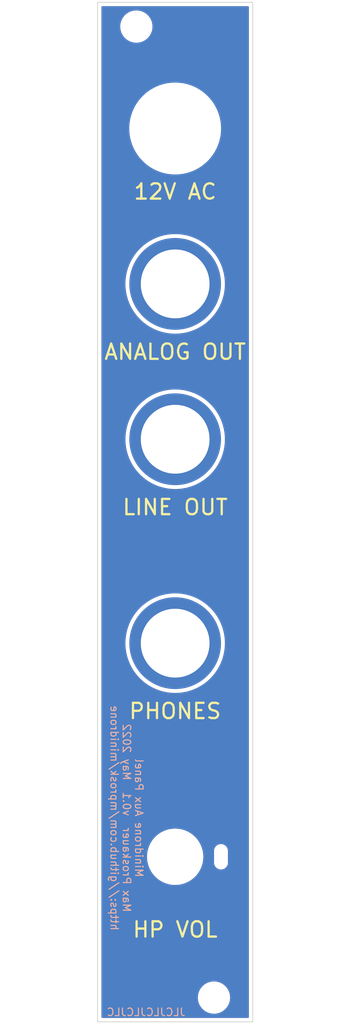
<source format=kicad_pcb>
(kicad_pcb (version 20211014) (generator pcbnew)
  (title_block (title "Minidrone Aux Panel") (date "2022-06-04") (rev "0.1") (company "Max Proskauer"))
  (layers (0 "F.Cu" signal) (31 "B.Cu" signal) (34 "B.Paste" user) (35 "F.Paste" user) (36 "B.SilkS" user "B.Silkscreen") (37 "F.SilkS" user "F.Silkscreen") (38 "B.Mask" user) (39 "F.Mask" user) (44 "Edge.Cuts" user))
  (net 0 "")
  (footprint "kosmo-lib:Hole_Jack" (layer "F.Cu") (at 111.76 81.28)
    (fp_text reference "H4" hide)
    (fp_text value "ANALOG OUT" (at 0 8.89) (layer "F.SilkS") (effects (font (size 2 2) (thickness 0.3))))
    (pad "1" thru_hole circle (at 0 0) (size 12 12) (drill 9) (layers *.Cu *.Mask))
  )
  (footprint "MountingHole:MountingHole_3.2mm_M3" (layer "F.Cu") (at 116.84 174.625)
    (fp_text reference "H7" hide)
    (fp_text value "Mounting Hole" hide)
    (pad "" np_thru_hole circle (at 0 0) (size 3.2 3.2) (drill 3.2) (layers *.Cu *.Mask))
  )
  (footprint "kosmo-lib:Hole_Barrel_Jack" (layer "F.Cu") (at 111.76 60.96)
    (fp_text reference "H3" hide)
    (fp_text value "Power Jack")
    (pad "" np_thru_hole circle (at 0 0) (size 11 11) (drill 11) (layers F&B.Cu *.Mask))
  )
  (footprint "MountingHole:MountingHole_3.2mm_M3" (layer "F.Cu") (at 106.68 47.625)
    (fp_text reference "H6" hide)
    (fp_text value "Mounting Hole" hide)
    (pad "" np_thru_hole circle (at 0 0) (size 3.2 3.2) (drill 3.2) (layers *.Cu *.Mask))
  )
  (footprint "kosmo-lib:Hole_Jack" (layer "F.Cu") (at 111.76 128.27)
    (fp_text reference "H2" hide)
    (fp_text value "Headphone Jack")
    (pad "1" thru_hole circle (at 0 0) (size 12 12) (drill 9) (layers *.Cu *.Mask))
  )
  (footprint "kosmo-lib:Module_Headphone_Amp" (layer "F.Cu") (at 111.76 156.21 180)
    (fp_text reference "H1" hide)
    (fp_text value "Headphone Amp")
    (pad "" np_thru_hole oval (at -6 0 180) (size 0.8 2.3) (drill oval 0.8 2.3) (layers F&B.Cu *.Mask))
    (pad "" np_thru_hole circle (at 0 0 180) (size 6.35 6.35) (drill 6.35) (layers F&B.Cu *.Mask))
  )
  (footprint "kosmo-lib:Hole_Jack" (layer "F.Cu") (at 111.76 101.6)
    (fp_text reference "H5" hide)
    (fp_text value "LINE OUT" (at 0 8.89) (layer "F.SilkS") (effects (font (size 2 2) (thickness 0.3))))
    (pad "1" thru_hole circle (at 0 0) (size 12 12) (drill 9) (layers *.Cu *.Mask))
  )
  (gr_rect (start 101.6 44.45) (end 121.92 177.8) (layer "Edge.Cuts") (width 0.1) (fill none))
  (gr_text "Minidrone Aux Panel\nMax Proskauer  v0.1  May 2022\nhttps://github.com/mprosk/minidrone" (at 105.41 151.13 270) (layer "B.SilkS") (effects (font (size 1 1)) (justify mirror)))
  (gr_text "JLCJLCJLCJLC" (at 107.95 176.53) (layer "B.SilkS") (effects (font (size 1 1)) (justify mirror)))
  (gr_text "12V AC" (at 111.76 69.215) (layer "F.SilkS") (effects (font (size 2 2) (thickness 0.3))))
  (gr_text "HP VOL" (at 111.76 165.735) (layer "F.SilkS") (effects (font (size 2 2) (thickness 0.3))))
  (gr_text "PHONES" (at 111.76 137.16) (layer "F.SilkS") (effects (font (size 2 2) (thickness 0.3))))
  (zone (net 0) (net_name "") (layers F&B.Cu) (connect_pads (clearance 0.508)) (min_thickness 0.254) (fill yes (thermal_gap 0.508) (thermal_bridge_width 0.508))
    (polygon (pts (xy 121.92 177.8) (xy 101.6 177.8) (xy 101.6 44.45) (xy 121.92 44.45)))
  )
)
</source>
